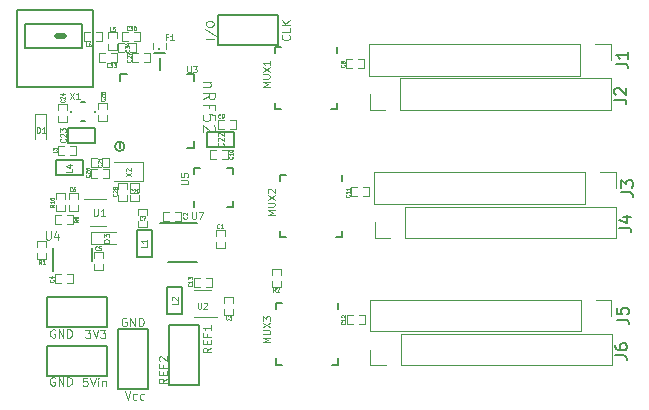
<source format=gto>
G04 #@! TF.FileFunction,Legend,Top*
%FSLAX46Y46*%
G04 Gerber Fmt 4.6, Leading zero omitted, Abs format (unit mm)*
G04 Created by KiCad (PCBNEW 4.0.6) date 06/11/18 13:09:49*
%MOMM*%
%LPD*%
G01*
G04 APERTURE LIST*
%ADD10C,0.150000*%
%ADD11C,0.120000*%
%ADD12C,0.200000*%
%ADD13C,0.100000*%
%ADD14C,0.125000*%
%ADD15C,0.500000*%
%ADD16C,0.071120*%
%ADD17C,0.152400*%
%ADD18C,0.127000*%
%ADD19C,0.114300*%
%ADD20C,0.092000*%
%ADD21C,0.095000*%
%ADD22C,0.090000*%
G04 APERTURE END LIST*
D10*
D11*
X271713333Y-152546667D02*
X272146666Y-152546667D01*
X271913333Y-152813333D01*
X272013333Y-152813333D01*
X272080000Y-152846667D01*
X272113333Y-152880000D01*
X272146666Y-152946667D01*
X272146666Y-153113333D01*
X272113333Y-153180000D01*
X272080000Y-153213333D01*
X272013333Y-153246667D01*
X271813333Y-153246667D01*
X271746666Y-153213333D01*
X271713333Y-153180000D01*
X272346667Y-152546667D02*
X272580000Y-153246667D01*
X272813333Y-152546667D01*
X272980000Y-152546667D02*
X273413333Y-152546667D01*
X273180000Y-152813333D01*
X273280000Y-152813333D01*
X273346667Y-152846667D01*
X273380000Y-152880000D01*
X273413333Y-152946667D01*
X273413333Y-153113333D01*
X273380000Y-153180000D01*
X273346667Y-153213333D01*
X273280000Y-153246667D01*
X273080000Y-153246667D01*
X273013333Y-153213333D01*
X272980000Y-153180000D01*
X269126667Y-152540000D02*
X269060001Y-152506667D01*
X268960001Y-152506667D01*
X268860001Y-152540000D01*
X268793334Y-152606667D01*
X268760001Y-152673333D01*
X268726667Y-152806667D01*
X268726667Y-152906667D01*
X268760001Y-153040000D01*
X268793334Y-153106667D01*
X268860001Y-153173333D01*
X268960001Y-153206667D01*
X269026667Y-153206667D01*
X269126667Y-153173333D01*
X269160001Y-153140000D01*
X269160001Y-152906667D01*
X269026667Y-152906667D01*
X269460001Y-153206667D02*
X269460001Y-152506667D01*
X269860001Y-153206667D01*
X269860001Y-152506667D01*
X270193334Y-153206667D02*
X270193334Y-152506667D01*
X270360000Y-152506667D01*
X270460000Y-152540000D01*
X270526667Y-152606667D01*
X270560000Y-152673333D01*
X270593334Y-152806667D01*
X270593334Y-152906667D01*
X270560000Y-153040000D01*
X270526667Y-153106667D01*
X270460000Y-153173333D01*
X270360000Y-153206667D01*
X270193334Y-153206667D01*
X282366667Y-154063333D02*
X282033333Y-154296667D01*
X282366667Y-154463333D02*
X281666667Y-154463333D01*
X281666667Y-154196667D01*
X281700000Y-154130000D01*
X281733333Y-154096667D01*
X281800000Y-154063333D01*
X281900000Y-154063333D01*
X281966667Y-154096667D01*
X282000000Y-154130000D01*
X282033333Y-154196667D01*
X282033333Y-154463333D01*
X282000000Y-153763333D02*
X282000000Y-153530000D01*
X282366667Y-153430000D02*
X282366667Y-153763333D01*
X281666667Y-153763333D01*
X281666667Y-153430000D01*
X282000000Y-152896667D02*
X282000000Y-153130000D01*
X282366667Y-153130000D02*
X281666667Y-153130000D01*
X281666667Y-152796667D01*
X282366667Y-152163334D02*
X282366667Y-152563334D01*
X282366667Y-152363334D02*
X281666667Y-152363334D01*
X281766667Y-152430000D01*
X281833333Y-152496667D01*
X281866667Y-152563334D01*
X278636667Y-156673333D02*
X278303333Y-156906667D01*
X278636667Y-157073333D02*
X277936667Y-157073333D01*
X277936667Y-156806667D01*
X277970000Y-156740000D01*
X278003333Y-156706667D01*
X278070000Y-156673333D01*
X278170000Y-156673333D01*
X278236667Y-156706667D01*
X278270000Y-156740000D01*
X278303333Y-156806667D01*
X278303333Y-157073333D01*
X278270000Y-156373333D02*
X278270000Y-156140000D01*
X278636667Y-156040000D02*
X278636667Y-156373333D01*
X277936667Y-156373333D01*
X277936667Y-156040000D01*
X278270000Y-155506667D02*
X278270000Y-155740000D01*
X278636667Y-155740000D02*
X277936667Y-155740000D01*
X277936667Y-155406667D01*
X278003333Y-155173334D02*
X277970000Y-155140000D01*
X277936667Y-155073334D01*
X277936667Y-154906667D01*
X277970000Y-154840000D01*
X278003333Y-154806667D01*
X278070000Y-154773334D01*
X278136667Y-154773334D01*
X278236667Y-154806667D01*
X278636667Y-155206667D01*
X278636667Y-154773334D01*
X271893334Y-156606667D02*
X271560001Y-156606667D01*
X271526667Y-156940000D01*
X271560001Y-156906667D01*
X271626667Y-156873333D01*
X271793334Y-156873333D01*
X271860001Y-156906667D01*
X271893334Y-156940000D01*
X271926667Y-157006667D01*
X271926667Y-157173333D01*
X271893334Y-157240000D01*
X271860001Y-157273333D01*
X271793334Y-157306667D01*
X271626667Y-157306667D01*
X271560001Y-157273333D01*
X271526667Y-157240000D01*
X272126668Y-156606667D02*
X272360001Y-157306667D01*
X272593334Y-156606667D01*
X272826668Y-157306667D02*
X272826668Y-156840000D01*
X272826668Y-156606667D02*
X272793334Y-156640000D01*
X272826668Y-156673333D01*
X272860001Y-156640000D01*
X272826668Y-156606667D01*
X272826668Y-156673333D01*
X273160001Y-156840000D02*
X273160001Y-157306667D01*
X273160001Y-156906667D02*
X273193334Y-156873333D01*
X273260001Y-156840000D01*
X273360001Y-156840000D01*
X273426667Y-156873333D01*
X273460001Y-156940000D01*
X273460001Y-157306667D01*
X269116667Y-156600000D02*
X269050001Y-156566667D01*
X268950001Y-156566667D01*
X268850001Y-156600000D01*
X268783334Y-156666667D01*
X268750001Y-156733333D01*
X268716667Y-156866667D01*
X268716667Y-156966667D01*
X268750001Y-157100000D01*
X268783334Y-157166667D01*
X268850001Y-157233333D01*
X268950001Y-157266667D01*
X269016667Y-157266667D01*
X269116667Y-157233333D01*
X269150001Y-157200000D01*
X269150001Y-156966667D01*
X269016667Y-156966667D01*
X269450001Y-157266667D02*
X269450001Y-156566667D01*
X269850001Y-157266667D01*
X269850001Y-156566667D01*
X270183334Y-157266667D02*
X270183334Y-156566667D01*
X270350000Y-156566667D01*
X270450000Y-156600000D01*
X270516667Y-156666667D01*
X270550000Y-156733333D01*
X270583334Y-156866667D01*
X270583334Y-156966667D01*
X270550000Y-157100000D01*
X270516667Y-157166667D01*
X270450000Y-157233333D01*
X270350000Y-157266667D01*
X270183334Y-157266667D01*
X275056667Y-157746667D02*
X275290000Y-158446667D01*
X275523333Y-157746667D01*
X276056667Y-158413333D02*
X275990000Y-158446667D01*
X275856667Y-158446667D01*
X275790000Y-158413333D01*
X275756667Y-158380000D01*
X275723333Y-158313333D01*
X275723333Y-158113333D01*
X275756667Y-158046667D01*
X275790000Y-158013333D01*
X275856667Y-157980000D01*
X275990000Y-157980000D01*
X276056667Y-158013333D01*
X276656667Y-158413333D02*
X276590000Y-158446667D01*
X276456667Y-158446667D01*
X276390000Y-158413333D01*
X276356667Y-158380000D01*
X276323333Y-158313333D01*
X276323333Y-158113333D01*
X276356667Y-158046667D01*
X276390000Y-158013333D01*
X276456667Y-157980000D01*
X276590000Y-157980000D01*
X276656667Y-158013333D01*
X275186667Y-151550000D02*
X275120001Y-151516667D01*
X275020001Y-151516667D01*
X274920001Y-151550000D01*
X274853334Y-151616667D01*
X274820001Y-151683333D01*
X274786667Y-151816667D01*
X274786667Y-151916667D01*
X274820001Y-152050000D01*
X274853334Y-152116667D01*
X274920001Y-152183333D01*
X275020001Y-152216667D01*
X275086667Y-152216667D01*
X275186667Y-152183333D01*
X275220001Y-152150000D01*
X275220001Y-151916667D01*
X275086667Y-151916667D01*
X275520001Y-152216667D02*
X275520001Y-151516667D01*
X275920001Y-152216667D01*
X275920001Y-151516667D01*
X276253334Y-152216667D02*
X276253334Y-151516667D01*
X276420000Y-151516667D01*
X276520000Y-151550000D01*
X276586667Y-151616667D01*
X276620000Y-151683333D01*
X276653334Y-151816667D01*
X276653334Y-151916667D01*
X276620000Y-152050000D01*
X276586667Y-152116667D01*
X276520000Y-152183333D01*
X276420000Y-152216667D01*
X276253334Y-152216667D01*
D12*
X277550000Y-129140000D02*
X278460000Y-129140000D01*
X277980000Y-128770000D02*
X277980000Y-128700000D01*
X278000000Y-130530000D02*
X278000000Y-129530000D01*
D13*
X282596667Y-127913332D02*
X281896667Y-127913332D01*
X281863333Y-127079999D02*
X282763333Y-127679999D01*
X281896667Y-126713333D02*
X281896667Y-126580000D01*
X281930000Y-126513333D01*
X281996667Y-126446666D01*
X282130000Y-126413333D01*
X282363333Y-126413333D01*
X282496667Y-126446666D01*
X282563333Y-126513333D01*
X282596667Y-126580000D01*
X282596667Y-126713333D01*
X282563333Y-126780000D01*
X282496667Y-126846666D01*
X282363333Y-126880000D01*
X282130000Y-126880000D01*
X281996667Y-126846666D01*
X281930000Y-126780000D01*
X281896667Y-126713333D01*
D12*
X265900000Y-132000000D02*
X265900000Y-125500000D01*
X272400000Y-132000000D02*
X265900000Y-132000000D01*
X272400000Y-125500000D02*
X272400000Y-132000000D01*
X265900000Y-125500000D02*
X272400000Y-125500000D01*
D14*
X282334286Y-131564762D02*
X281667619Y-131564762D01*
X282239048Y-131564762D02*
X282286667Y-131612381D01*
X282334286Y-131707619D01*
X282334286Y-131850477D01*
X282286667Y-131945715D01*
X282191429Y-131993334D01*
X281667619Y-131993334D01*
X281667619Y-133040953D02*
X282143810Y-132707619D01*
X281667619Y-132469524D02*
X282667619Y-132469524D01*
X282667619Y-132850477D01*
X282620000Y-132945715D01*
X282572381Y-132993334D01*
X282477143Y-133040953D01*
X282334286Y-133040953D01*
X282239048Y-132993334D01*
X282191429Y-132945715D01*
X282143810Y-132850477D01*
X282143810Y-132469524D01*
X282191429Y-133802858D02*
X282191429Y-133469524D01*
X281667619Y-133469524D02*
X282667619Y-133469524D01*
X282667619Y-133945715D01*
X282667619Y-134802858D02*
X282667619Y-134326667D01*
X282191429Y-134279048D01*
X282239048Y-134326667D01*
X282286667Y-134421905D01*
X282286667Y-134660001D01*
X282239048Y-134755239D01*
X282191429Y-134802858D01*
X282096190Y-134850477D01*
X281858095Y-134850477D01*
X281762857Y-134802858D01*
X281715238Y-134755239D01*
X281667619Y-134660001D01*
X281667619Y-134421905D01*
X281715238Y-134326667D01*
X281762857Y-134279048D01*
X282572381Y-135231429D02*
X282620000Y-135279048D01*
X282667619Y-135374286D01*
X282667619Y-135612382D01*
X282620000Y-135707620D01*
X282572381Y-135755239D01*
X282477143Y-135802858D01*
X282381905Y-135802858D01*
X282239048Y-135755239D01*
X281667619Y-135183810D01*
X281667619Y-135802858D01*
D12*
X275033113Y-137010000D02*
G75*
G03X275033113Y-137010000I-403113J0D01*
G01*
D13*
X288970000Y-127596666D02*
X289003333Y-127630000D01*
X289036667Y-127730000D01*
X289036667Y-127796666D01*
X289003333Y-127896666D01*
X288936667Y-127963333D01*
X288870000Y-127996666D01*
X288736667Y-128030000D01*
X288636667Y-128030000D01*
X288503333Y-127996666D01*
X288436667Y-127963333D01*
X288370000Y-127896666D01*
X288336667Y-127796666D01*
X288336667Y-127730000D01*
X288370000Y-127630000D01*
X288403333Y-127596666D01*
X289036667Y-126963333D02*
X289036667Y-127296666D01*
X288336667Y-127296666D01*
X289036667Y-126729999D02*
X288336667Y-126729999D01*
X289036667Y-126329999D02*
X288636667Y-126629999D01*
X288336667Y-126329999D02*
X288736667Y-126729999D01*
D15*
X269900000Y-127673000D02*
X269320000Y-127673000D01*
D16*
X287489000Y-148404000D02*
X287489000Y-148912000D01*
X287489000Y-148912000D02*
X288251000Y-148912000D01*
X288251000Y-148912000D02*
X288251000Y-148404000D01*
X287489000Y-147896000D02*
X287489000Y-147388000D01*
X287489000Y-147388000D02*
X288251000Y-147388000D01*
X288251000Y-147388000D02*
X288251000Y-147896000D01*
D17*
X273580000Y-149800000D02*
X273580000Y-152340000D01*
X273580000Y-152340000D02*
X268500000Y-152340000D01*
X268500000Y-152340000D02*
X268500000Y-149800000D01*
X268500000Y-149800000D02*
X273580000Y-149800000D01*
X281340000Y-157190000D02*
X278800000Y-157190000D01*
X278800000Y-157190000D02*
X278800000Y-152110000D01*
X278800000Y-152110000D02*
X281340000Y-152110000D01*
X281340000Y-152110000D02*
X281340000Y-157190000D01*
D11*
X296190000Y-139220000D02*
X296190000Y-141880000D01*
X314030000Y-139220000D02*
X296190000Y-139220000D01*
X314030000Y-141880000D02*
X296190000Y-141880000D01*
X314030000Y-139220000D02*
X314030000Y-141880000D01*
X315300000Y-139220000D02*
X316630000Y-139220000D01*
X316630000Y-139220000D02*
X316630000Y-140550000D01*
D16*
X294736000Y-140489000D02*
X294228000Y-140489000D01*
X294228000Y-140489000D02*
X294228000Y-141251000D01*
X294228000Y-141251000D02*
X294736000Y-141251000D01*
X295244000Y-140489000D02*
X295752000Y-140489000D01*
X295752000Y-140489000D02*
X295752000Y-141251000D01*
X295752000Y-141251000D02*
X295244000Y-141251000D01*
D11*
X316650000Y-144770000D02*
X316650000Y-142110000D01*
X298810000Y-144770000D02*
X316650000Y-144770000D01*
X298810000Y-142110000D02*
X316650000Y-142110000D01*
X298810000Y-144770000D02*
X298810000Y-142110000D01*
X297540000Y-144770000D02*
X296210000Y-144770000D01*
X296210000Y-144770000D02*
X296210000Y-143440000D01*
D10*
X293455000Y-144705000D02*
X292930000Y-144705000D01*
X288205000Y-139455000D02*
X288730000Y-139455000D01*
X288205000Y-144705000D02*
X288730000Y-144705000D01*
X293455000Y-139455000D02*
X293455000Y-139980000D01*
X288205000Y-139455000D02*
X288205000Y-139980000D01*
X288205000Y-144705000D02*
X288205000Y-144180000D01*
X293455000Y-144705000D02*
X293455000Y-144180000D01*
X293085000Y-155495000D02*
X292560000Y-155495000D01*
X287835000Y-150245000D02*
X288360000Y-150245000D01*
X287835000Y-155495000D02*
X288360000Y-155495000D01*
X293085000Y-150245000D02*
X293085000Y-150770000D01*
X287835000Y-150245000D02*
X287835000Y-150770000D01*
X287835000Y-155495000D02*
X287835000Y-154970000D01*
X293085000Y-155495000D02*
X293085000Y-154970000D01*
D11*
X316280000Y-155560000D02*
X316280000Y-152900000D01*
X298440000Y-155560000D02*
X316280000Y-155560000D01*
X298440000Y-152900000D02*
X316280000Y-152900000D01*
X298440000Y-155560000D02*
X298440000Y-152900000D01*
X297170000Y-155560000D02*
X295840000Y-155560000D01*
X295840000Y-155560000D02*
X295840000Y-154230000D01*
D16*
X294366000Y-151279000D02*
X293858000Y-151279000D01*
X293858000Y-151279000D02*
X293858000Y-152041000D01*
X293858000Y-152041000D02*
X294366000Y-152041000D01*
X294874000Y-151279000D02*
X295382000Y-151279000D01*
X295382000Y-151279000D02*
X295382000Y-152041000D01*
X295382000Y-152041000D02*
X294874000Y-152041000D01*
D11*
X295820000Y-150010000D02*
X295820000Y-152670000D01*
X313660000Y-150010000D02*
X295820000Y-150010000D01*
X313660000Y-152670000D02*
X295820000Y-152670000D01*
X313660000Y-150010000D02*
X313660000Y-152670000D01*
X314930000Y-150010000D02*
X316260000Y-150010000D01*
X316260000Y-150010000D02*
X316260000Y-151340000D01*
X280940000Y-151470000D02*
X282840000Y-151470000D01*
X282340000Y-149150000D02*
X280940000Y-149150000D01*
D16*
X283254000Y-138101000D02*
X283762000Y-138101000D01*
X283762000Y-138101000D02*
X283762000Y-137339000D01*
X283762000Y-137339000D02*
X283254000Y-137339000D01*
X282746000Y-138101000D02*
X282238000Y-138101000D01*
X282238000Y-138101000D02*
X282238000Y-137339000D01*
X282238000Y-137339000D02*
X282746000Y-137339000D01*
X283436000Y-134789000D02*
X282928000Y-134789000D01*
X282928000Y-134789000D02*
X282928000Y-135551000D01*
X282928000Y-135551000D02*
X283436000Y-135551000D01*
X283944000Y-134789000D02*
X284452000Y-134789000D01*
X284452000Y-134789000D02*
X284452000Y-135551000D01*
X284452000Y-135551000D02*
X283944000Y-135551000D01*
D11*
X295770000Y-128360000D02*
X295770000Y-131020000D01*
X313610000Y-128360000D02*
X295770000Y-128360000D01*
X313610000Y-131020000D02*
X295770000Y-131020000D01*
X313610000Y-128360000D02*
X313610000Y-131020000D01*
X314880000Y-128360000D02*
X316210000Y-128360000D01*
X316210000Y-128360000D02*
X316210000Y-129690000D01*
D16*
X294316000Y-129629000D02*
X293808000Y-129629000D01*
X293808000Y-129629000D02*
X293808000Y-130391000D01*
X293808000Y-130391000D02*
X294316000Y-130391000D01*
X294824000Y-129629000D02*
X295332000Y-129629000D01*
X295332000Y-129629000D02*
X295332000Y-130391000D01*
X295332000Y-130391000D02*
X294824000Y-130391000D01*
D17*
X277020000Y-157530000D02*
X274480000Y-157530000D01*
X274480000Y-157530000D02*
X274480000Y-152450000D01*
X274480000Y-152450000D02*
X277020000Y-152450000D01*
X277020000Y-152450000D02*
X277020000Y-157530000D01*
D16*
X267619000Y-146014000D02*
X267619000Y-146522000D01*
X267619000Y-146522000D02*
X268381000Y-146522000D01*
X268381000Y-146522000D02*
X268381000Y-146014000D01*
X267619000Y-145506000D02*
X267619000Y-144998000D01*
X267619000Y-144998000D02*
X268381000Y-144998000D01*
X268381000Y-144998000D02*
X268381000Y-145506000D01*
D11*
X272185000Y-144300000D02*
X272185000Y-145300000D01*
X272185000Y-145300000D02*
X274285000Y-145300000D01*
X272185000Y-144300000D02*
X274285000Y-144300000D01*
D17*
X288040000Y-125905000D02*
X288040000Y-128445000D01*
X288040000Y-128445000D02*
X282960000Y-128445000D01*
X282960000Y-128445000D02*
X282960000Y-125905000D01*
X282960000Y-125905000D02*
X288040000Y-125905000D01*
D16*
X273221000Y-146451000D02*
X273221000Y-145943000D01*
X273221000Y-145943000D02*
X272459000Y-145943000D01*
X272459000Y-145943000D02*
X272459000Y-146451000D01*
X273221000Y-146959000D02*
X273221000Y-147467000D01*
X273221000Y-147467000D02*
X272459000Y-147467000D01*
X272459000Y-147467000D02*
X272459000Y-146959000D01*
X269686000Y-147824000D02*
X269178000Y-147824000D01*
X269178000Y-147824000D02*
X269178000Y-148586000D01*
X269178000Y-148586000D02*
X269686000Y-148586000D01*
X270194000Y-147824000D02*
X270702000Y-147824000D01*
X270702000Y-147824000D02*
X270702000Y-148586000D01*
X270702000Y-148586000D02*
X270194000Y-148586000D01*
D11*
X274175000Y-139925000D02*
X276575000Y-139925000D01*
X276575000Y-139925000D02*
X276575000Y-138325000D01*
X276575000Y-138325000D02*
X274175000Y-138325000D01*
D16*
X269194000Y-141974000D02*
X269194000Y-142482000D01*
X269194000Y-142482000D02*
X269956000Y-142482000D01*
X269956000Y-142482000D02*
X269956000Y-141974000D01*
X269194000Y-141466000D02*
X269194000Y-140958000D01*
X269194000Y-140958000D02*
X269956000Y-140958000D01*
X269956000Y-140958000D02*
X269956000Y-141466000D01*
X270179000Y-143551000D02*
X270687000Y-143551000D01*
X270687000Y-143551000D02*
X270687000Y-142789000D01*
X270687000Y-142789000D02*
X270179000Y-142789000D01*
X269671000Y-143551000D02*
X269163000Y-143551000D01*
X269163000Y-143551000D02*
X269163000Y-142789000D01*
X269163000Y-142789000D02*
X269671000Y-142789000D01*
X276149000Y-143344000D02*
X276149000Y-143852000D01*
X276149000Y-143852000D02*
X276911000Y-143852000D01*
X276911000Y-143852000D02*
X276911000Y-143344000D01*
X276149000Y-142836000D02*
X276149000Y-142328000D01*
X276149000Y-142328000D02*
X276911000Y-142328000D01*
X276911000Y-142328000D02*
X276911000Y-142836000D01*
X271056000Y-141466000D02*
X271056000Y-140958000D01*
X271056000Y-140958000D02*
X270294000Y-140958000D01*
X270294000Y-140958000D02*
X270294000Y-141466000D01*
X271056000Y-141974000D02*
X271056000Y-142482000D01*
X271056000Y-142482000D02*
X270294000Y-142482000D01*
X270294000Y-142482000D02*
X270294000Y-141974000D01*
D18*
X276055000Y-146373000D02*
X276055000Y-144087000D01*
X276055000Y-144087000D02*
X277325000Y-144087000D01*
X277325000Y-144087000D02*
X277325000Y-146373000D01*
X277325000Y-146373000D02*
X276055000Y-146373000D01*
D16*
X283521000Y-144576000D02*
X283521000Y-144068000D01*
X283521000Y-144068000D02*
X282759000Y-144068000D01*
X282759000Y-144068000D02*
X282759000Y-144576000D01*
X283521000Y-145084000D02*
X283521000Y-145592000D01*
X283521000Y-145592000D02*
X282759000Y-145592000D01*
X282759000Y-145592000D02*
X282759000Y-145084000D01*
X272721000Y-137994000D02*
X272213000Y-137994000D01*
X272213000Y-137994000D02*
X272213000Y-138756000D01*
X272213000Y-138756000D02*
X272721000Y-138756000D01*
X273229000Y-137994000D02*
X273737000Y-137994000D01*
X273737000Y-137994000D02*
X273737000Y-138756000D01*
X273737000Y-138756000D02*
X273229000Y-138756000D01*
D11*
X277470000Y-128250000D02*
X277470000Y-128750000D01*
X278530000Y-128750000D02*
X278530000Y-128250000D01*
D16*
X275534000Y-129001000D02*
X276042000Y-129001000D01*
X276042000Y-129001000D02*
X276042000Y-128239000D01*
X276042000Y-128239000D02*
X275534000Y-128239000D01*
X275026000Y-129001000D02*
X274518000Y-129001000D01*
X274518000Y-129001000D02*
X274518000Y-128239000D01*
X274518000Y-128239000D02*
X275026000Y-128239000D01*
X273346000Y-129069000D02*
X272838000Y-129069000D01*
X272838000Y-129069000D02*
X272838000Y-129831000D01*
X272838000Y-129831000D02*
X273346000Y-129831000D01*
X273854000Y-129069000D02*
X274362000Y-129069000D01*
X274362000Y-129069000D02*
X274362000Y-129831000D01*
X274362000Y-129831000D02*
X273854000Y-129831000D01*
D18*
X279925000Y-148957000D02*
X279925000Y-151243000D01*
X279925000Y-151243000D02*
X278655000Y-151243000D01*
X278655000Y-151243000D02*
X278655000Y-148957000D01*
X278655000Y-148957000D02*
X279925000Y-148957000D01*
D16*
X281406000Y-148129000D02*
X280898000Y-148129000D01*
X280898000Y-148129000D02*
X280898000Y-148891000D01*
X280898000Y-148891000D02*
X281406000Y-148891000D01*
X281914000Y-148129000D02*
X282422000Y-148129000D01*
X282422000Y-148129000D02*
X282422000Y-148891000D01*
X282422000Y-148891000D02*
X281914000Y-148891000D01*
X283449000Y-150774000D02*
X283449000Y-151282000D01*
X283449000Y-151282000D02*
X284211000Y-151282000D01*
X284211000Y-151282000D02*
X284211000Y-150774000D01*
X283449000Y-150266000D02*
X283449000Y-149758000D01*
X283449000Y-149758000D02*
X284211000Y-149758000D01*
X284211000Y-149758000D02*
X284211000Y-150266000D01*
X278806000Y-142549000D02*
X278298000Y-142549000D01*
X278298000Y-142549000D02*
X278298000Y-143311000D01*
X278298000Y-143311000D02*
X278806000Y-143311000D01*
X279314000Y-142549000D02*
X279822000Y-142549000D01*
X279822000Y-142549000D02*
X279822000Y-143311000D01*
X279822000Y-143311000D02*
X279314000Y-143311000D01*
D11*
X268425000Y-134300000D02*
X267425000Y-134300000D01*
X267425000Y-134300000D02*
X267425000Y-136400000D01*
X268425000Y-134300000D02*
X268425000Y-136400000D01*
D17*
X273580000Y-153890000D02*
X273580000Y-156430000D01*
X273580000Y-156430000D02*
X268500000Y-156430000D01*
X268500000Y-156430000D02*
X268500000Y-153890000D01*
X268500000Y-153890000D02*
X273580000Y-153890000D01*
D18*
X271498000Y-139415000D02*
X269212000Y-139415000D01*
X269212000Y-139415000D02*
X269212000Y-138145000D01*
X269212000Y-138145000D02*
X271498000Y-138145000D01*
X271498000Y-138145000D02*
X271498000Y-139415000D01*
D10*
X272500000Y-134050000D02*
X272500000Y-134100000D01*
X272500000Y-134050000D02*
X272500000Y-134000000D01*
X270500000Y-134050000D02*
X270500000Y-134100000D01*
X270500000Y-134050000D02*
X270500000Y-134000000D01*
X271500000Y-134850000D02*
X271650000Y-134850000D01*
X271500000Y-134850000D02*
X271350000Y-134850000D01*
X271500000Y-133250000D02*
X271650000Y-133250000D01*
X271500000Y-133250000D02*
X271350000Y-133250000D01*
D16*
X275271000Y-140586000D02*
X275271000Y-140078000D01*
X275271000Y-140078000D02*
X274509000Y-140078000D01*
X274509000Y-140078000D02*
X274509000Y-140586000D01*
X275271000Y-141094000D02*
X275271000Y-141602000D01*
X275271000Y-141602000D02*
X274509000Y-141602000D01*
X274509000Y-141602000D02*
X274509000Y-141094000D01*
X273229000Y-139656000D02*
X273737000Y-139656000D01*
X273737000Y-139656000D02*
X273737000Y-138894000D01*
X273737000Y-138894000D02*
X273229000Y-138894000D01*
X272721000Y-139656000D02*
X272213000Y-139656000D01*
X272213000Y-139656000D02*
X272213000Y-138894000D01*
X272213000Y-138894000D02*
X272721000Y-138894000D01*
X270181000Y-133946000D02*
X270181000Y-133438000D01*
X270181000Y-133438000D02*
X269419000Y-133438000D01*
X269419000Y-133438000D02*
X269419000Y-133946000D01*
X270181000Y-134454000D02*
X270181000Y-134962000D01*
X270181000Y-134962000D02*
X269419000Y-134962000D01*
X269419000Y-134962000D02*
X269419000Y-134454000D01*
X272819000Y-134354000D02*
X272819000Y-134862000D01*
X272819000Y-134862000D02*
X273581000Y-134862000D01*
X273581000Y-134862000D02*
X273581000Y-134354000D01*
X272819000Y-133846000D02*
X272819000Y-133338000D01*
X272819000Y-133338000D02*
X273581000Y-133338000D01*
X273581000Y-133338000D02*
X273581000Y-133846000D01*
X276704000Y-129831000D02*
X277212000Y-129831000D01*
X277212000Y-129831000D02*
X277212000Y-129069000D01*
X277212000Y-129069000D02*
X276704000Y-129069000D01*
X276196000Y-129831000D02*
X275688000Y-129831000D01*
X275688000Y-129831000D02*
X275688000Y-129069000D01*
X275688000Y-129069000D02*
X276196000Y-129069000D01*
X276291000Y-140586000D02*
X276291000Y-140078000D01*
X276291000Y-140078000D02*
X275529000Y-140078000D01*
X275529000Y-140078000D02*
X275529000Y-140586000D01*
X276291000Y-141094000D02*
X276291000Y-141602000D01*
X276291000Y-141602000D02*
X275529000Y-141602000D01*
X275529000Y-141602000D02*
X275529000Y-141094000D01*
D10*
X266645000Y-126673000D02*
X271445000Y-126673000D01*
X271445000Y-126673000D02*
X271445000Y-128673000D01*
X271345000Y-128673000D02*
X266645000Y-128673000D01*
X266645000Y-128673000D02*
X266645000Y-126673000D01*
X271445000Y-128673000D02*
X271345000Y-128673000D01*
D16*
X272654000Y-128081000D02*
X273162000Y-128081000D01*
X273162000Y-128081000D02*
X273162000Y-127319000D01*
X273162000Y-127319000D02*
X272654000Y-127319000D01*
X272146000Y-128081000D02*
X271638000Y-128081000D01*
X271638000Y-128081000D02*
X271638000Y-127319000D01*
X271638000Y-127319000D02*
X272146000Y-127319000D01*
X274381000Y-127846000D02*
X274381000Y-127338000D01*
X274381000Y-127338000D02*
X273619000Y-127338000D01*
X273619000Y-127338000D02*
X273619000Y-127846000D01*
X274381000Y-128354000D02*
X274381000Y-128862000D01*
X274381000Y-128862000D02*
X273619000Y-128862000D01*
X273619000Y-128862000D02*
X273619000Y-128354000D01*
X275854000Y-128081000D02*
X276362000Y-128081000D01*
X276362000Y-128081000D02*
X276362000Y-127319000D01*
X276362000Y-127319000D02*
X275854000Y-127319000D01*
X275346000Y-128081000D02*
X274838000Y-128081000D01*
X274838000Y-128081000D02*
X274838000Y-127319000D01*
X274838000Y-127319000D02*
X275346000Y-127319000D01*
X269926000Y-136999000D02*
X269418000Y-136999000D01*
X269418000Y-136999000D02*
X269418000Y-137761000D01*
X269418000Y-137761000D02*
X269926000Y-137761000D01*
X270434000Y-136999000D02*
X270942000Y-136999000D01*
X270942000Y-136999000D02*
X270942000Y-137761000D01*
X270942000Y-137761000D02*
X270434000Y-137761000D01*
D18*
X272523000Y-136690000D02*
X270237000Y-136690000D01*
X270237000Y-136690000D02*
X270237000Y-135420000D01*
X270237000Y-135420000D02*
X272523000Y-135420000D01*
X272523000Y-135420000D02*
X272523000Y-136690000D01*
X282047000Y-135795000D02*
X284333000Y-135795000D01*
X284333000Y-135795000D02*
X284333000Y-137065000D01*
X284333000Y-137065000D02*
X282047000Y-137065000D01*
X282047000Y-137065000D02*
X282047000Y-135795000D01*
D10*
X274675000Y-130875000D02*
X275275000Y-130875000D01*
X280925000Y-137125000D02*
X280325000Y-137125000D01*
X280925000Y-130875000D02*
X280325000Y-130875000D01*
X274675000Y-137125000D02*
X274675000Y-136525000D01*
X280925000Y-137125000D02*
X280925000Y-136525000D01*
X280925000Y-130875000D02*
X280925000Y-131475000D01*
X274675000Y-130875000D02*
X274675000Y-131475000D01*
X278735000Y-146770000D02*
X281185000Y-146770000D01*
X278010000Y-143470000D02*
X281185000Y-143470000D01*
D11*
X273500000Y-141460000D02*
X271600000Y-141460000D01*
X272100000Y-143780000D02*
X273500000Y-143780000D01*
D10*
X272240000Y-146755000D02*
X272240000Y-145605000D01*
X268990000Y-147530000D02*
X268990000Y-145605000D01*
D11*
X316230000Y-133910000D02*
X316230000Y-131250000D01*
X298390000Y-133910000D02*
X316230000Y-133910000D01*
X298390000Y-131250000D02*
X316230000Y-131250000D01*
X298390000Y-133910000D02*
X298390000Y-131250000D01*
X297120000Y-133910000D02*
X295790000Y-133910000D01*
X295790000Y-133910000D02*
X295790000Y-132580000D01*
D10*
X293035000Y-133845000D02*
X292510000Y-133845000D01*
X287785000Y-128595000D02*
X288310000Y-128595000D01*
X287785000Y-133845000D02*
X288310000Y-133845000D01*
X293035000Y-128595000D02*
X293035000Y-129120000D01*
X287785000Y-128595000D02*
X287785000Y-129120000D01*
X287785000Y-133845000D02*
X287785000Y-133320000D01*
X293035000Y-133845000D02*
X293035000Y-133320000D01*
X280935000Y-138865000D02*
X281435000Y-138865000D01*
X284185000Y-142115000D02*
X283685000Y-142115000D01*
X284185000Y-138865000D02*
X283685000Y-138865000D01*
X280935000Y-142115000D02*
X280935000Y-141615000D01*
X284185000Y-142115000D02*
X284185000Y-141615000D01*
X284185000Y-138865000D02*
X284185000Y-139365000D01*
X280935000Y-138865000D02*
X280935000Y-139365000D01*
D16*
X287819200Y-149308569D02*
X287717600Y-149141654D01*
X287645028Y-149308569D02*
X287645028Y-148958049D01*
X287761143Y-148958049D01*
X287790171Y-148974740D01*
X287804686Y-148991431D01*
X287819200Y-149024814D01*
X287819200Y-149074889D01*
X287804686Y-149108271D01*
X287790171Y-149124963D01*
X287761143Y-149141654D01*
X287645028Y-149141654D01*
X287935314Y-148991431D02*
X287949828Y-148974740D01*
X287978857Y-148958049D01*
X288051428Y-148958049D01*
X288080457Y-148974740D01*
X288094971Y-148991431D01*
X288109486Y-149024814D01*
X288109486Y-149058197D01*
X288094971Y-149108271D01*
X287920800Y-149308569D01*
X288109486Y-149308569D01*
D10*
X317082381Y-140883333D02*
X317796667Y-140883333D01*
X317939524Y-140930953D01*
X318034762Y-141026191D01*
X318082381Y-141169048D01*
X318082381Y-141264286D01*
X317082381Y-140502381D02*
X317082381Y-139883333D01*
X317463333Y-140216667D01*
X317463333Y-140073809D01*
X317510952Y-139978571D01*
X317558571Y-139930952D01*
X317653810Y-139883333D01*
X317891905Y-139883333D01*
X317987143Y-139930952D01*
X318034762Y-139978571D01*
X318082381Y-140073809D01*
X318082381Y-140359524D01*
X318034762Y-140454762D01*
X317987143Y-140502381D01*
D16*
X294065186Y-141105943D02*
X294081877Y-141120457D01*
X294098569Y-141164000D01*
X294098569Y-141193029D01*
X294081877Y-141236572D01*
X294048494Y-141265600D01*
X294015111Y-141280115D01*
X293948346Y-141294629D01*
X293898271Y-141294629D01*
X293831506Y-141280115D01*
X293798123Y-141265600D01*
X293764740Y-141236572D01*
X293748049Y-141193029D01*
X293748049Y-141164000D01*
X293764740Y-141120457D01*
X293781431Y-141105943D01*
X294098569Y-140815657D02*
X294098569Y-140989829D01*
X294098569Y-140902743D02*
X293748049Y-140902743D01*
X293798123Y-140931772D01*
X293831506Y-140960800D01*
X293848197Y-140989829D01*
X294098569Y-140525371D02*
X294098569Y-140699543D01*
X294098569Y-140612457D02*
X293748049Y-140612457D01*
X293798123Y-140641486D01*
X293831506Y-140670514D01*
X293848197Y-140699543D01*
D10*
X316932381Y-143913333D02*
X317646667Y-143913333D01*
X317789524Y-143960953D01*
X317884762Y-144056191D01*
X317932381Y-144199048D01*
X317932381Y-144294286D01*
X317265714Y-143008571D02*
X317932381Y-143008571D01*
X316884762Y-143246667D02*
X317599048Y-143484762D01*
X317599048Y-142865714D01*
D13*
X287751429Y-142815714D02*
X287151429Y-142815714D01*
X287580000Y-142615714D01*
X287151429Y-142415714D01*
X287751429Y-142415714D01*
X287151429Y-142130000D02*
X287637143Y-142130000D01*
X287694286Y-142101428D01*
X287722857Y-142072857D01*
X287751429Y-142015714D01*
X287751429Y-141901428D01*
X287722857Y-141844286D01*
X287694286Y-141815714D01*
X287637143Y-141787143D01*
X287151429Y-141787143D01*
X287151429Y-141558572D02*
X287751429Y-141158572D01*
X287151429Y-141158572D02*
X287751429Y-141558572D01*
X287208571Y-140958571D02*
X287180000Y-140930000D01*
X287151429Y-140872857D01*
X287151429Y-140730000D01*
X287180000Y-140672857D01*
X287208571Y-140644286D01*
X287265714Y-140615714D01*
X287322857Y-140615714D01*
X287408571Y-140644286D01*
X287751429Y-140987143D01*
X287751429Y-140615714D01*
X287381429Y-153605714D02*
X286781429Y-153605714D01*
X287210000Y-153405714D01*
X286781429Y-153205714D01*
X287381429Y-153205714D01*
X286781429Y-152920000D02*
X287267143Y-152920000D01*
X287324286Y-152891428D01*
X287352857Y-152862857D01*
X287381429Y-152805714D01*
X287381429Y-152691428D01*
X287352857Y-152634286D01*
X287324286Y-152605714D01*
X287267143Y-152577143D01*
X286781429Y-152577143D01*
X286781429Y-152348572D02*
X287381429Y-151948572D01*
X286781429Y-151948572D02*
X287381429Y-152348572D01*
X286781429Y-151777143D02*
X286781429Y-151405714D01*
X287010000Y-151605714D01*
X287010000Y-151520000D01*
X287038571Y-151462857D01*
X287067143Y-151434286D01*
X287124286Y-151405714D01*
X287267143Y-151405714D01*
X287324286Y-151434286D01*
X287352857Y-151462857D01*
X287381429Y-151520000D01*
X287381429Y-151691428D01*
X287352857Y-151748571D01*
X287324286Y-151777143D01*
D10*
X316562381Y-154703333D02*
X317276667Y-154703333D01*
X317419524Y-154750953D01*
X317514762Y-154846191D01*
X317562381Y-154989048D01*
X317562381Y-155084286D01*
X316562381Y-153798571D02*
X316562381Y-153989048D01*
X316610000Y-154084286D01*
X316657619Y-154131905D01*
X316800476Y-154227143D01*
X316990952Y-154274762D01*
X317371905Y-154274762D01*
X317467143Y-154227143D01*
X317514762Y-154179524D01*
X317562381Y-154084286D01*
X317562381Y-153893809D01*
X317514762Y-153798571D01*
X317467143Y-153750952D01*
X317371905Y-153703333D01*
X317133810Y-153703333D01*
X317038571Y-153750952D01*
X316990952Y-153798571D01*
X316943333Y-153893809D01*
X316943333Y-154084286D01*
X316990952Y-154179524D01*
X317038571Y-154227143D01*
X317133810Y-154274762D01*
D16*
X293695186Y-151895943D02*
X293711877Y-151910457D01*
X293728569Y-151954000D01*
X293728569Y-151983029D01*
X293711877Y-152026572D01*
X293678494Y-152055600D01*
X293645111Y-152070115D01*
X293578346Y-152084629D01*
X293528271Y-152084629D01*
X293461506Y-152070115D01*
X293428123Y-152055600D01*
X293394740Y-152026572D01*
X293378049Y-151983029D01*
X293378049Y-151954000D01*
X293394740Y-151910457D01*
X293411431Y-151895943D01*
X293728569Y-151605657D02*
X293728569Y-151779829D01*
X293728569Y-151692743D02*
X293378049Y-151692743D01*
X293428123Y-151721772D01*
X293461506Y-151750800D01*
X293478197Y-151779829D01*
X293411431Y-151489543D02*
X293394740Y-151475029D01*
X293378049Y-151446000D01*
X293378049Y-151373429D01*
X293394740Y-151344400D01*
X293411431Y-151329886D01*
X293444814Y-151315371D01*
X293478197Y-151315371D01*
X293528271Y-151329886D01*
X293728569Y-151504057D01*
X293728569Y-151315371D01*
D10*
X316712381Y-151673333D02*
X317426667Y-151673333D01*
X317569524Y-151720953D01*
X317664762Y-151816191D01*
X317712381Y-151959048D01*
X317712381Y-152054286D01*
X316712381Y-150720952D02*
X316712381Y-151197143D01*
X317188571Y-151244762D01*
X317140952Y-151197143D01*
X317093333Y-151101905D01*
X317093333Y-150863809D01*
X317140952Y-150768571D01*
X317188571Y-150720952D01*
X317283810Y-150673333D01*
X317521905Y-150673333D01*
X317617143Y-150720952D01*
X317664762Y-150768571D01*
X317712381Y-150863809D01*
X317712381Y-151101905D01*
X317664762Y-151197143D01*
X317617143Y-151244762D01*
D13*
X281236548Y-150248690D02*
X281236548Y-150653452D01*
X281260357Y-150701071D01*
X281284167Y-150724881D01*
X281331786Y-150748690D01*
X281427024Y-150748690D01*
X281474643Y-150724881D01*
X281498452Y-150701071D01*
X281522262Y-150653452D01*
X281522262Y-150248690D01*
X281736548Y-150296310D02*
X281760358Y-150272500D01*
X281807977Y-150248690D01*
X281927024Y-150248690D01*
X281974643Y-150272500D01*
X281998453Y-150296310D01*
X282022262Y-150343929D01*
X282022262Y-150391548D01*
X281998453Y-150462976D01*
X281712739Y-150748690D01*
X282022262Y-150748690D01*
D16*
X284175186Y-137875943D02*
X284191877Y-137890457D01*
X284208569Y-137934000D01*
X284208569Y-137963029D01*
X284191877Y-138006572D01*
X284158494Y-138035600D01*
X284125111Y-138050115D01*
X284058346Y-138064629D01*
X284008271Y-138064629D01*
X283941506Y-138050115D01*
X283908123Y-138035600D01*
X283874740Y-138006572D01*
X283858049Y-137963029D01*
X283858049Y-137934000D01*
X283874740Y-137890457D01*
X283891431Y-137875943D01*
X284208569Y-137585657D02*
X284208569Y-137759829D01*
X284208569Y-137672743D02*
X283858049Y-137672743D01*
X283908123Y-137701772D01*
X283941506Y-137730800D01*
X283958197Y-137759829D01*
X283858049Y-137396971D02*
X283858049Y-137367943D01*
X283874740Y-137338914D01*
X283891431Y-137324400D01*
X283924814Y-137309886D01*
X283991580Y-137295371D01*
X284075037Y-137295371D01*
X284141803Y-137309886D01*
X284175186Y-137324400D01*
X284191877Y-137338914D01*
X284208569Y-137367943D01*
X284208569Y-137396971D01*
X284191877Y-137426000D01*
X284175186Y-137440514D01*
X284141803Y-137455029D01*
X284075037Y-137469543D01*
X283991580Y-137469543D01*
X283924814Y-137455029D01*
X283891431Y-137440514D01*
X283874740Y-137426000D01*
X283858049Y-137396971D01*
X283159200Y-134615186D02*
X283144686Y-134631877D01*
X283101143Y-134648569D01*
X283072114Y-134648569D01*
X283028571Y-134631877D01*
X282999543Y-134598494D01*
X282985028Y-134565111D01*
X282970514Y-134498346D01*
X282970514Y-134448271D01*
X282985028Y-134381506D01*
X282999543Y-134348123D01*
X283028571Y-134314740D01*
X283072114Y-134298049D01*
X283101143Y-134298049D01*
X283144686Y-134314740D01*
X283159200Y-134331431D01*
X283304343Y-134648569D02*
X283362400Y-134648569D01*
X283391428Y-134631877D01*
X283405943Y-134615186D01*
X283434971Y-134565111D01*
X283449486Y-134498346D01*
X283449486Y-134364814D01*
X283434971Y-134331431D01*
X283420457Y-134314740D01*
X283391428Y-134298049D01*
X283333371Y-134298049D01*
X283304343Y-134314740D01*
X283289828Y-134331431D01*
X283275314Y-134364814D01*
X283275314Y-134448271D01*
X283289828Y-134481654D01*
X283304343Y-134498346D01*
X283333371Y-134515037D01*
X283391428Y-134515037D01*
X283420457Y-134498346D01*
X283434971Y-134481654D01*
X283449486Y-134448271D01*
D10*
X316662381Y-130023333D02*
X317376667Y-130023333D01*
X317519524Y-130070953D01*
X317614762Y-130166191D01*
X317662381Y-130309048D01*
X317662381Y-130404286D01*
X317662381Y-129023333D02*
X317662381Y-129594762D01*
X317662381Y-129309048D02*
X316662381Y-129309048D01*
X316805238Y-129404286D01*
X316900476Y-129499524D01*
X316948095Y-129594762D01*
D16*
X293645186Y-130100800D02*
X293661877Y-130115314D01*
X293678569Y-130158857D01*
X293678569Y-130187886D01*
X293661877Y-130231429D01*
X293628494Y-130260457D01*
X293595111Y-130274972D01*
X293528346Y-130289486D01*
X293478271Y-130289486D01*
X293411506Y-130274972D01*
X293378123Y-130260457D01*
X293344740Y-130231429D01*
X293328049Y-130187886D01*
X293328049Y-130158857D01*
X293344740Y-130115314D01*
X293361431Y-130100800D01*
X293478271Y-129926629D02*
X293461580Y-129955657D01*
X293444889Y-129970172D01*
X293411506Y-129984686D01*
X293394814Y-129984686D01*
X293361431Y-129970172D01*
X293344740Y-129955657D01*
X293328049Y-129926629D01*
X293328049Y-129868572D01*
X293344740Y-129839543D01*
X293361431Y-129825029D01*
X293394814Y-129810514D01*
X293411506Y-129810514D01*
X293444889Y-129825029D01*
X293461580Y-129839543D01*
X293478271Y-129868572D01*
X293478271Y-129926629D01*
X293494963Y-129955657D01*
X293511654Y-129970172D01*
X293545037Y-129984686D01*
X293611803Y-129984686D01*
X293645186Y-129970172D01*
X293661877Y-129955657D01*
X293678569Y-129926629D01*
X293678569Y-129868572D01*
X293661877Y-129839543D01*
X293645186Y-129825029D01*
X293611803Y-129810514D01*
X293545037Y-129810514D01*
X293511654Y-129825029D01*
X293494963Y-129839543D01*
X293478271Y-129868572D01*
X267989200Y-146968569D02*
X267887600Y-146801654D01*
X267815028Y-146968569D02*
X267815028Y-146618049D01*
X267931143Y-146618049D01*
X267960171Y-146634740D01*
X267974686Y-146651431D01*
X267989200Y-146684814D01*
X267989200Y-146734889D01*
X267974686Y-146768271D01*
X267960171Y-146784963D01*
X267931143Y-146801654D01*
X267815028Y-146801654D01*
X268279486Y-146968569D02*
X268105314Y-146968569D01*
X268192400Y-146968569D02*
X268192400Y-146618049D01*
X268163371Y-146668123D01*
X268134343Y-146701506D01*
X268105314Y-146718197D01*
D13*
X273761190Y-145169047D02*
X273261190Y-145169047D01*
X273261190Y-145050000D01*
X273285000Y-144978571D01*
X273332619Y-144930952D01*
X273380238Y-144907143D01*
X273475476Y-144883333D01*
X273546905Y-144883333D01*
X273642143Y-144907143D01*
X273689762Y-144930952D01*
X273737381Y-144978571D01*
X273761190Y-145050000D01*
X273761190Y-145169047D01*
X273261190Y-144716666D02*
X273261190Y-144407143D01*
X273451667Y-144573809D01*
X273451667Y-144502381D01*
X273475476Y-144454762D01*
X273499286Y-144430952D01*
X273546905Y-144407143D01*
X273665952Y-144407143D01*
X273713571Y-144430952D01*
X273737381Y-144454762D01*
X273761190Y-144502381D01*
X273761190Y-144645238D01*
X273737381Y-144692857D01*
X273713571Y-144716666D01*
D16*
X272749200Y-145780186D02*
X272734686Y-145796877D01*
X272691143Y-145813569D01*
X272662114Y-145813569D01*
X272618571Y-145796877D01*
X272589543Y-145763494D01*
X272575028Y-145730111D01*
X272560514Y-145663346D01*
X272560514Y-145613271D01*
X272575028Y-145546506D01*
X272589543Y-145513123D01*
X272618571Y-145479740D01*
X272662114Y-145463049D01*
X272691143Y-145463049D01*
X272734686Y-145479740D01*
X272749200Y-145496431D01*
X273024971Y-145463049D02*
X272879828Y-145463049D01*
X272865314Y-145629963D01*
X272879828Y-145613271D01*
X272908857Y-145596580D01*
X272981428Y-145596580D01*
X273010457Y-145613271D01*
X273024971Y-145629963D01*
X273039486Y-145663346D01*
X273039486Y-145746803D01*
X273024971Y-145780186D01*
X273010457Y-145796877D01*
X272981428Y-145813569D01*
X272908857Y-145813569D01*
X272879828Y-145796877D01*
X272865314Y-145780186D01*
X269015186Y-148295800D02*
X269031877Y-148310314D01*
X269048569Y-148353857D01*
X269048569Y-148382886D01*
X269031877Y-148426429D01*
X268998494Y-148455457D01*
X268965111Y-148469972D01*
X268898346Y-148484486D01*
X268848271Y-148484486D01*
X268781506Y-148469972D01*
X268748123Y-148455457D01*
X268714740Y-148426429D01*
X268698049Y-148382886D01*
X268698049Y-148353857D01*
X268714740Y-148310314D01*
X268731431Y-148295800D01*
X268814889Y-148034543D02*
X269048569Y-148034543D01*
X268681357Y-148107114D02*
X268931729Y-148179686D01*
X268931729Y-147991000D01*
D13*
X275155952Y-139498809D02*
X275555952Y-139232142D01*
X275155952Y-139232142D02*
X275555952Y-139498809D01*
X275194048Y-139098810D02*
X275175000Y-139079762D01*
X275155952Y-139041667D01*
X275155952Y-138946429D01*
X275175000Y-138908333D01*
X275194048Y-138889286D01*
X275232143Y-138870238D01*
X275270238Y-138870238D01*
X275327381Y-138889286D01*
X275555952Y-139117857D01*
X275555952Y-138870238D01*
D16*
X269083569Y-141940943D02*
X268916654Y-142042543D01*
X269083569Y-142115115D02*
X268733049Y-142115115D01*
X268733049Y-141999000D01*
X268749740Y-141969972D01*
X268766431Y-141955457D01*
X268799814Y-141940943D01*
X268849889Y-141940943D01*
X268883271Y-141955457D01*
X268899963Y-141969972D01*
X268916654Y-141999000D01*
X268916654Y-142115115D01*
X269083569Y-141650657D02*
X269083569Y-141824829D01*
X269083569Y-141737743D02*
X268733049Y-141737743D01*
X268783123Y-141766772D01*
X268816506Y-141795800D01*
X268833197Y-141824829D01*
X268733049Y-141461971D02*
X268733049Y-141432943D01*
X268749740Y-141403914D01*
X268766431Y-141389400D01*
X268799814Y-141374886D01*
X268866580Y-141360371D01*
X268950037Y-141360371D01*
X269016803Y-141374886D01*
X269050186Y-141389400D01*
X269066877Y-141403914D01*
X269083569Y-141432943D01*
X269083569Y-141461971D01*
X269066877Y-141491000D01*
X269050186Y-141505514D01*
X269016803Y-141520029D01*
X268950037Y-141534543D01*
X268866580Y-141534543D01*
X268799814Y-141520029D01*
X268766431Y-141505514D01*
X268749740Y-141491000D01*
X268733049Y-141461971D01*
X271133569Y-143250800D02*
X270966654Y-143352400D01*
X271133569Y-143424972D02*
X270783049Y-143424972D01*
X270783049Y-143308857D01*
X270799740Y-143279829D01*
X270816431Y-143265314D01*
X270849814Y-143250800D01*
X270899889Y-143250800D01*
X270933271Y-143265314D01*
X270949963Y-143279829D01*
X270966654Y-143308857D01*
X270966654Y-143424972D01*
X271133569Y-143105657D02*
X271133569Y-143047600D01*
X271116877Y-143018572D01*
X271100186Y-143004057D01*
X271050111Y-142975029D01*
X270983346Y-142960514D01*
X270849814Y-142960514D01*
X270816431Y-142975029D01*
X270799740Y-142989543D01*
X270783049Y-143018572D01*
X270783049Y-143076629D01*
X270799740Y-143105657D01*
X270816431Y-143120172D01*
X270849814Y-143134686D01*
X270933271Y-143134686D01*
X270966654Y-143120172D01*
X270983346Y-143105657D01*
X271000037Y-143076629D01*
X271000037Y-143018572D01*
X270983346Y-142989543D01*
X270966654Y-142975029D01*
X270933271Y-142960514D01*
X276499200Y-143245186D02*
X276484686Y-143261877D01*
X276441143Y-143278569D01*
X276412114Y-143278569D01*
X276368571Y-143261877D01*
X276339543Y-143228494D01*
X276325028Y-143195111D01*
X276310514Y-143128346D01*
X276310514Y-143078271D01*
X276325028Y-143011506D01*
X276339543Y-142978123D01*
X276368571Y-142944740D01*
X276412114Y-142928049D01*
X276441143Y-142928049D01*
X276484686Y-142944740D01*
X276499200Y-142961431D01*
X276600800Y-142928049D02*
X276804000Y-142928049D01*
X276673371Y-143278569D01*
X270584200Y-140795186D02*
X270569686Y-140811877D01*
X270526143Y-140828569D01*
X270497114Y-140828569D01*
X270453571Y-140811877D01*
X270424543Y-140778494D01*
X270410028Y-140745111D01*
X270395514Y-140678346D01*
X270395514Y-140628271D01*
X270410028Y-140561506D01*
X270424543Y-140528123D01*
X270453571Y-140494740D01*
X270497114Y-140478049D01*
X270526143Y-140478049D01*
X270569686Y-140494740D01*
X270584200Y-140511431D01*
X270845457Y-140478049D02*
X270787400Y-140478049D01*
X270758371Y-140494740D01*
X270743857Y-140511431D01*
X270714828Y-140561506D01*
X270700314Y-140628271D01*
X270700314Y-140761803D01*
X270714828Y-140795186D01*
X270729343Y-140811877D01*
X270758371Y-140828569D01*
X270816428Y-140828569D01*
X270845457Y-140811877D01*
X270859971Y-140795186D01*
X270874486Y-140761803D01*
X270874486Y-140678346D01*
X270859971Y-140644963D01*
X270845457Y-140628271D01*
X270816428Y-140611580D01*
X270758371Y-140611580D01*
X270729343Y-140628271D01*
X270714828Y-140644963D01*
X270700314Y-140678346D01*
D19*
X276919810Y-145306200D02*
X276919810Y-145523914D01*
X276411810Y-145523914D01*
X276919810Y-144914314D02*
X276919810Y-145175571D01*
X276919810Y-145044943D02*
X276411810Y-145044943D01*
X276484381Y-145088486D01*
X276532762Y-145132028D01*
X276556952Y-145175571D01*
D16*
X283049200Y-143905186D02*
X283034686Y-143921877D01*
X282991143Y-143938569D01*
X282962114Y-143938569D01*
X282918571Y-143921877D01*
X282889543Y-143888494D01*
X282875028Y-143855111D01*
X282860514Y-143788346D01*
X282860514Y-143738271D01*
X282875028Y-143671506D01*
X282889543Y-143638123D01*
X282918571Y-143604740D01*
X282962114Y-143588049D01*
X282991143Y-143588049D01*
X283034686Y-143604740D01*
X283049200Y-143621431D01*
X283339486Y-143938569D02*
X283165314Y-143938569D01*
X283252400Y-143938569D02*
X283252400Y-143588049D01*
X283223371Y-143638123D01*
X283194343Y-143671506D01*
X283165314Y-143688197D01*
X273080186Y-138570943D02*
X273096877Y-138585457D01*
X273113569Y-138629000D01*
X273113569Y-138658029D01*
X273096877Y-138701572D01*
X273063494Y-138730600D01*
X273030111Y-138745115D01*
X272963346Y-138759629D01*
X272913271Y-138759629D01*
X272846506Y-138745115D01*
X272813123Y-138730600D01*
X272779740Y-138701572D01*
X272763049Y-138658029D01*
X272763049Y-138629000D01*
X272779740Y-138585457D01*
X272796431Y-138570943D01*
X272796431Y-138454829D02*
X272779740Y-138440315D01*
X272763049Y-138411286D01*
X272763049Y-138338715D01*
X272779740Y-138309686D01*
X272796431Y-138295172D01*
X272829814Y-138280657D01*
X272863197Y-138280657D01*
X272913271Y-138295172D01*
X273113569Y-138469343D01*
X273113569Y-138280657D01*
X273113569Y-137990371D02*
X273113569Y-138164543D01*
X273113569Y-138077457D02*
X272763049Y-138077457D01*
X272813123Y-138106486D01*
X272846506Y-138135514D01*
X272863197Y-138164543D01*
D13*
X278683334Y-127754286D02*
X278516668Y-127754286D01*
X278516668Y-128016190D02*
X278516668Y-127516190D01*
X278754763Y-127516190D01*
X279207143Y-128016190D02*
X278921429Y-128016190D01*
X279064286Y-128016190D02*
X279064286Y-127516190D01*
X279016667Y-127587619D01*
X278969048Y-127635238D01*
X278921429Y-127659048D01*
D16*
X275405186Y-128815943D02*
X275421877Y-128830457D01*
X275438569Y-128874000D01*
X275438569Y-128903029D01*
X275421877Y-128946572D01*
X275388494Y-128975600D01*
X275355111Y-128990115D01*
X275288346Y-129004629D01*
X275238271Y-129004629D01*
X275171506Y-128990115D01*
X275138123Y-128975600D01*
X275104740Y-128946572D01*
X275088049Y-128903029D01*
X275088049Y-128874000D01*
X275104740Y-128830457D01*
X275121431Y-128815943D01*
X275088049Y-128714343D02*
X275088049Y-128525657D01*
X275221580Y-128627257D01*
X275221580Y-128583715D01*
X275238271Y-128554686D01*
X275254963Y-128540172D01*
X275288346Y-128525657D01*
X275371803Y-128525657D01*
X275405186Y-128540172D01*
X275421877Y-128554686D01*
X275438569Y-128583715D01*
X275438569Y-128670800D01*
X275421877Y-128699829D01*
X275405186Y-128714343D01*
X275204889Y-128264400D02*
X275438569Y-128264400D01*
X275071357Y-128336971D02*
X275321729Y-128409543D01*
X275321729Y-128220857D01*
X273714057Y-130275186D02*
X273699543Y-130291877D01*
X273656000Y-130308569D01*
X273626971Y-130308569D01*
X273583428Y-130291877D01*
X273554400Y-130258494D01*
X273539885Y-130225111D01*
X273525371Y-130158346D01*
X273525371Y-130108271D01*
X273539885Y-130041506D01*
X273554400Y-130008123D01*
X273583428Y-129974740D01*
X273626971Y-129958049D01*
X273656000Y-129958049D01*
X273699543Y-129974740D01*
X273714057Y-129991431D01*
X273815657Y-129958049D02*
X274004343Y-129958049D01*
X273902743Y-130091580D01*
X273946285Y-130091580D01*
X273975314Y-130108271D01*
X273989828Y-130124963D01*
X274004343Y-130158346D01*
X274004343Y-130241803D01*
X273989828Y-130275186D01*
X273975314Y-130291877D01*
X273946285Y-130308569D01*
X273859200Y-130308569D01*
X273830171Y-130291877D01*
X273815657Y-130275186D01*
X274105943Y-129958049D02*
X274294629Y-129958049D01*
X274193029Y-130091580D01*
X274236571Y-130091580D01*
X274265600Y-130108271D01*
X274280114Y-130124963D01*
X274294629Y-130158346D01*
X274294629Y-130241803D01*
X274280114Y-130275186D01*
X274265600Y-130291877D01*
X274236571Y-130308569D01*
X274149486Y-130308569D01*
X274120457Y-130291877D01*
X274105943Y-130275186D01*
D19*
X279519810Y-150176200D02*
X279519810Y-150393914D01*
X279011810Y-150393914D01*
X279060190Y-150045571D02*
X279036000Y-150023800D01*
X279011810Y-149980257D01*
X279011810Y-149871400D01*
X279036000Y-149827857D01*
X279060190Y-149806086D01*
X279108571Y-149784314D01*
X279156952Y-149784314D01*
X279229524Y-149806086D01*
X279519810Y-150067343D01*
X279519810Y-149784314D01*
D16*
X280722686Y-148668443D02*
X280739377Y-148682957D01*
X280756069Y-148726500D01*
X280756069Y-148755529D01*
X280739377Y-148799072D01*
X280705994Y-148828100D01*
X280672611Y-148842615D01*
X280605846Y-148857129D01*
X280555771Y-148857129D01*
X280489006Y-148842615D01*
X280455623Y-148828100D01*
X280422240Y-148799072D01*
X280405549Y-148755529D01*
X280405549Y-148726500D01*
X280422240Y-148682957D01*
X280438931Y-148668443D01*
X280756069Y-148378157D02*
X280756069Y-148552329D01*
X280756069Y-148465243D02*
X280405549Y-148465243D01*
X280455623Y-148494272D01*
X280489006Y-148523300D01*
X280505697Y-148552329D01*
X280405549Y-148276557D02*
X280405549Y-148087871D01*
X280539080Y-148189471D01*
X280539080Y-148145929D01*
X280555771Y-148116900D01*
X280572463Y-148102386D01*
X280605846Y-148087871D01*
X280689303Y-148087871D01*
X280722686Y-148102386D01*
X280739377Y-148116900D01*
X280756069Y-148145929D01*
X280756069Y-148233014D01*
X280739377Y-148262043D01*
X280722686Y-148276557D01*
X283779200Y-151645186D02*
X283764686Y-151661877D01*
X283721143Y-151678569D01*
X283692114Y-151678569D01*
X283648571Y-151661877D01*
X283619543Y-151628494D01*
X283605028Y-151595111D01*
X283590514Y-151528346D01*
X283590514Y-151478271D01*
X283605028Y-151411506D01*
X283619543Y-151378123D01*
X283648571Y-151344740D01*
X283692114Y-151328049D01*
X283721143Y-151328049D01*
X283764686Y-151344740D01*
X283779200Y-151361431D01*
X283880800Y-151328049D02*
X284069486Y-151328049D01*
X283967886Y-151461580D01*
X284011428Y-151461580D01*
X284040457Y-151478271D01*
X284054971Y-151494963D01*
X284069486Y-151528346D01*
X284069486Y-151611803D01*
X284054971Y-151645186D01*
X284040457Y-151661877D01*
X284011428Y-151678569D01*
X283924343Y-151678569D01*
X283895314Y-151661877D01*
X283880800Y-151645186D01*
X280310186Y-142955800D02*
X280326877Y-142970314D01*
X280343569Y-143013857D01*
X280343569Y-143042886D01*
X280326877Y-143086429D01*
X280293494Y-143115457D01*
X280260111Y-143129972D01*
X280193346Y-143144486D01*
X280143271Y-143144486D01*
X280076506Y-143129972D01*
X280043123Y-143115457D01*
X280009740Y-143086429D01*
X279993049Y-143042886D01*
X279993049Y-143013857D01*
X280009740Y-142970314D01*
X280026431Y-142955800D01*
X280026431Y-142839686D02*
X280009740Y-142825172D01*
X279993049Y-142796143D01*
X279993049Y-142723572D01*
X280009740Y-142694543D01*
X280026431Y-142680029D01*
X280059814Y-142665514D01*
X280093197Y-142665514D01*
X280143271Y-142680029D01*
X280343569Y-142854200D01*
X280343569Y-142665514D01*
D13*
X267580953Y-135876190D02*
X267580953Y-135376190D01*
X267700000Y-135376190D01*
X267771429Y-135400000D01*
X267819048Y-135447619D01*
X267842857Y-135495238D01*
X267866667Y-135590476D01*
X267866667Y-135661905D01*
X267842857Y-135757143D01*
X267819048Y-135804762D01*
X267771429Y-135852381D01*
X267700000Y-135876190D01*
X267580953Y-135876190D01*
X268342857Y-135876190D02*
X268057143Y-135876190D01*
X268200000Y-135876190D02*
X268200000Y-135376190D01*
X268152381Y-135447619D01*
X268104762Y-135495238D01*
X268057143Y-135519048D01*
D19*
X270584810Y-138956200D02*
X270584810Y-139173914D01*
X270076810Y-139173914D01*
X270246143Y-138607857D02*
X270584810Y-138607857D01*
X270052619Y-138716714D02*
X270415476Y-138825571D01*
X270415476Y-138542543D01*
D20*
X270445239Y-132476190D02*
X270778572Y-132976190D01*
X270778572Y-132476190D02*
X270445239Y-132976190D01*
X271230952Y-132976190D02*
X270945238Y-132976190D01*
X271088095Y-132976190D02*
X271088095Y-132476190D01*
X271040476Y-132547619D01*
X270992857Y-132595238D01*
X270945238Y-132619048D01*
D16*
X274365186Y-141035943D02*
X274381877Y-141050457D01*
X274398569Y-141094000D01*
X274398569Y-141123029D01*
X274381877Y-141166572D01*
X274348494Y-141195600D01*
X274315111Y-141210115D01*
X274248346Y-141224629D01*
X274198271Y-141224629D01*
X274131506Y-141210115D01*
X274098123Y-141195600D01*
X274064740Y-141166572D01*
X274048049Y-141123029D01*
X274048049Y-141094000D01*
X274064740Y-141050457D01*
X274081431Y-141035943D01*
X274081431Y-140919829D02*
X274064740Y-140905315D01*
X274048049Y-140876286D01*
X274048049Y-140803715D01*
X274064740Y-140774686D01*
X274081431Y-140760172D01*
X274114814Y-140745657D01*
X274148197Y-140745657D01*
X274198271Y-140760172D01*
X274398569Y-140934343D01*
X274398569Y-140745657D01*
X274198271Y-140571486D02*
X274181580Y-140600514D01*
X274164889Y-140615029D01*
X274131506Y-140629543D01*
X274114814Y-140629543D01*
X274081431Y-140615029D01*
X274064740Y-140600514D01*
X274048049Y-140571486D01*
X274048049Y-140513429D01*
X274064740Y-140484400D01*
X274081431Y-140469886D01*
X274114814Y-140455371D01*
X274131506Y-140455371D01*
X274164889Y-140469886D01*
X274181580Y-140484400D01*
X274198271Y-140513429D01*
X274198271Y-140571486D01*
X274214963Y-140600514D01*
X274231654Y-140615029D01*
X274265037Y-140629543D01*
X274331803Y-140629543D01*
X274365186Y-140615029D01*
X274381877Y-140600514D01*
X274398569Y-140571486D01*
X274398569Y-140513429D01*
X274381877Y-140484400D01*
X274365186Y-140469886D01*
X274331803Y-140455371D01*
X274265037Y-140455371D01*
X274231654Y-140469886D01*
X274214963Y-140484400D01*
X274198271Y-140513429D01*
X272050186Y-139420943D02*
X272066877Y-139435457D01*
X272083569Y-139479000D01*
X272083569Y-139508029D01*
X272066877Y-139551572D01*
X272033494Y-139580600D01*
X272000111Y-139595115D01*
X271933346Y-139609629D01*
X271883271Y-139609629D01*
X271816506Y-139595115D01*
X271783123Y-139580600D01*
X271749740Y-139551572D01*
X271733049Y-139508029D01*
X271733049Y-139479000D01*
X271749740Y-139435457D01*
X271766431Y-139420943D01*
X271766431Y-139304829D02*
X271749740Y-139290315D01*
X271733049Y-139261286D01*
X271733049Y-139188715D01*
X271749740Y-139159686D01*
X271766431Y-139145172D01*
X271799814Y-139130657D01*
X271833197Y-139130657D01*
X271883271Y-139145172D01*
X272083569Y-139319343D01*
X272083569Y-139130657D01*
X271733049Y-138869400D02*
X271733049Y-138927457D01*
X271749740Y-138956486D01*
X271766431Y-138971000D01*
X271816506Y-139000029D01*
X271883271Y-139014543D01*
X272016803Y-139014543D01*
X272050186Y-139000029D01*
X272066877Y-138985514D01*
X272083569Y-138956486D01*
X272083569Y-138898429D01*
X272066877Y-138869400D01*
X272050186Y-138854886D01*
X272016803Y-138840371D01*
X271933346Y-138840371D01*
X271899963Y-138854886D01*
X271883271Y-138869400D01*
X271866580Y-138898429D01*
X271866580Y-138956486D01*
X271883271Y-138985514D01*
X271899963Y-139000029D01*
X271933346Y-139014543D01*
X269925186Y-133095943D02*
X269941877Y-133110457D01*
X269958569Y-133154000D01*
X269958569Y-133183029D01*
X269941877Y-133226572D01*
X269908494Y-133255600D01*
X269875111Y-133270115D01*
X269808346Y-133284629D01*
X269758271Y-133284629D01*
X269691506Y-133270115D01*
X269658123Y-133255600D01*
X269624740Y-133226572D01*
X269608049Y-133183029D01*
X269608049Y-133154000D01*
X269624740Y-133110457D01*
X269641431Y-133095943D01*
X269641431Y-132979829D02*
X269624740Y-132965315D01*
X269608049Y-132936286D01*
X269608049Y-132863715D01*
X269624740Y-132834686D01*
X269641431Y-132820172D01*
X269674814Y-132805657D01*
X269708197Y-132805657D01*
X269758271Y-132820172D01*
X269958569Y-132994343D01*
X269958569Y-132805657D01*
X269724889Y-132544400D02*
X269958569Y-132544400D01*
X269591357Y-132616971D02*
X269841729Y-132689543D01*
X269841729Y-132500857D01*
X273325186Y-132995943D02*
X273341877Y-133010457D01*
X273358569Y-133054000D01*
X273358569Y-133083029D01*
X273341877Y-133126572D01*
X273308494Y-133155600D01*
X273275111Y-133170115D01*
X273208346Y-133184629D01*
X273158271Y-133184629D01*
X273091506Y-133170115D01*
X273058123Y-133155600D01*
X273024740Y-133126572D01*
X273008049Y-133083029D01*
X273008049Y-133054000D01*
X273024740Y-133010457D01*
X273041431Y-132995943D01*
X273041431Y-132879829D02*
X273024740Y-132865315D01*
X273008049Y-132836286D01*
X273008049Y-132763715D01*
X273024740Y-132734686D01*
X273041431Y-132720172D01*
X273074814Y-132705657D01*
X273108197Y-132705657D01*
X273158271Y-132720172D01*
X273358569Y-132894343D01*
X273358569Y-132705657D01*
X273008049Y-132429886D02*
X273008049Y-132575029D01*
X273174963Y-132589543D01*
X273158271Y-132575029D01*
X273141580Y-132546000D01*
X273141580Y-132473429D01*
X273158271Y-132444400D01*
X273174963Y-132429886D01*
X273208346Y-132415371D01*
X273291803Y-132415371D01*
X273325186Y-132429886D01*
X273341877Y-132444400D01*
X273358569Y-132473429D01*
X273358569Y-132546000D01*
X273341877Y-132575029D01*
X273325186Y-132589543D01*
X275545186Y-129675943D02*
X275561877Y-129690457D01*
X275578569Y-129734000D01*
X275578569Y-129763029D01*
X275561877Y-129806572D01*
X275528494Y-129835600D01*
X275495111Y-129850115D01*
X275428346Y-129864629D01*
X275378271Y-129864629D01*
X275311506Y-129850115D01*
X275278123Y-129835600D01*
X275244740Y-129806572D01*
X275228049Y-129763029D01*
X275228049Y-129734000D01*
X275244740Y-129690457D01*
X275261431Y-129675943D01*
X275261431Y-129559829D02*
X275244740Y-129545315D01*
X275228049Y-129516286D01*
X275228049Y-129443715D01*
X275244740Y-129414686D01*
X275261431Y-129400172D01*
X275294814Y-129385657D01*
X275328197Y-129385657D01*
X275378271Y-129400172D01*
X275578569Y-129574343D01*
X275578569Y-129385657D01*
X275228049Y-129284057D02*
X275228049Y-129080857D01*
X275578569Y-129211486D01*
X275674057Y-140965186D02*
X275659543Y-140981877D01*
X275616000Y-140998569D01*
X275586971Y-140998569D01*
X275543428Y-140981877D01*
X275514400Y-140948494D01*
X275499885Y-140915111D01*
X275485371Y-140848346D01*
X275485371Y-140798271D01*
X275499885Y-140731506D01*
X275514400Y-140698123D01*
X275543428Y-140664740D01*
X275586971Y-140648049D01*
X275616000Y-140648049D01*
X275659543Y-140664740D01*
X275674057Y-140681431D01*
X275790171Y-140681431D02*
X275804685Y-140664740D01*
X275833714Y-140648049D01*
X275906285Y-140648049D01*
X275935314Y-140664740D01*
X275949828Y-140681431D01*
X275964343Y-140714814D01*
X275964343Y-140748197D01*
X275949828Y-140798271D01*
X275775657Y-140998569D01*
X275964343Y-140998569D01*
X276109486Y-140998569D02*
X276167543Y-140998569D01*
X276196571Y-140981877D01*
X276211086Y-140965186D01*
X276240114Y-140915111D01*
X276254629Y-140848346D01*
X276254629Y-140714814D01*
X276240114Y-140681431D01*
X276225600Y-140664740D01*
X276196571Y-140648049D01*
X276138514Y-140648049D01*
X276109486Y-140664740D01*
X276094971Y-140681431D01*
X276080457Y-140714814D01*
X276080457Y-140798271D01*
X276094971Y-140831654D01*
X276109486Y-140848346D01*
X276138514Y-140865037D01*
X276196571Y-140865037D01*
X276225600Y-140848346D01*
X276240114Y-140831654D01*
X276254629Y-140798271D01*
X271899200Y-128558569D02*
X271754057Y-128558569D01*
X271754057Y-128208049D01*
X272131429Y-128208049D02*
X272073372Y-128208049D01*
X272044343Y-128224740D01*
X272029829Y-128241431D01*
X272000800Y-128291506D01*
X271986286Y-128358271D01*
X271986286Y-128491803D01*
X272000800Y-128525186D01*
X272015315Y-128541877D01*
X272044343Y-128558569D01*
X272102400Y-128558569D01*
X272131429Y-128541877D01*
X272145943Y-128525186D01*
X272160458Y-128491803D01*
X272160458Y-128408346D01*
X272145943Y-128374963D01*
X272131429Y-128358271D01*
X272102400Y-128341580D01*
X272044343Y-128341580D01*
X272015315Y-128358271D01*
X272000800Y-128374963D01*
X271986286Y-128408346D01*
X273969200Y-127248569D02*
X273824057Y-127248569D01*
X273824057Y-126898049D01*
X274215943Y-126898049D02*
X274070800Y-126898049D01*
X274056286Y-127064963D01*
X274070800Y-127048271D01*
X274099829Y-127031580D01*
X274172400Y-127031580D01*
X274201429Y-127048271D01*
X274215943Y-127064963D01*
X274230458Y-127098346D01*
X274230458Y-127181803D01*
X274215943Y-127215186D01*
X274201429Y-127231877D01*
X274172400Y-127248569D01*
X274099829Y-127248569D01*
X274070800Y-127231877D01*
X274056286Y-127215186D01*
X275404057Y-127165186D02*
X275389543Y-127181877D01*
X275346000Y-127198569D01*
X275316971Y-127198569D01*
X275273428Y-127181877D01*
X275244400Y-127148494D01*
X275229885Y-127115111D01*
X275215371Y-127048346D01*
X275215371Y-126998271D01*
X275229885Y-126931506D01*
X275244400Y-126898123D01*
X275273428Y-126864740D01*
X275316971Y-126848049D01*
X275346000Y-126848049D01*
X275389543Y-126864740D01*
X275404057Y-126881431D01*
X275505657Y-126848049D02*
X275694343Y-126848049D01*
X275592743Y-126981580D01*
X275636285Y-126981580D01*
X275665314Y-126998271D01*
X275679828Y-127014963D01*
X275694343Y-127048346D01*
X275694343Y-127131803D01*
X275679828Y-127165186D01*
X275665314Y-127181877D01*
X275636285Y-127198569D01*
X275549200Y-127198569D01*
X275520171Y-127181877D01*
X275505657Y-127165186D01*
X275883029Y-126848049D02*
X275912057Y-126848049D01*
X275941086Y-126864740D01*
X275955600Y-126881431D01*
X275970114Y-126914814D01*
X275984629Y-126981580D01*
X275984629Y-127065037D01*
X275970114Y-127131803D01*
X275955600Y-127165186D01*
X275941086Y-127181877D01*
X275912057Y-127198569D01*
X275883029Y-127198569D01*
X275854000Y-127181877D01*
X275839486Y-127165186D01*
X275824971Y-127131803D01*
X275810457Y-127065037D01*
X275810457Y-126981580D01*
X275824971Y-126914814D01*
X275839486Y-126881431D01*
X275854000Y-126864740D01*
X275883029Y-126848049D01*
X269288569Y-137380800D02*
X269288569Y-137525943D01*
X268938049Y-137525943D01*
X268938049Y-137308228D02*
X268938049Y-137119542D01*
X269071580Y-137221142D01*
X269071580Y-137177600D01*
X269088271Y-137148571D01*
X269104963Y-137134057D01*
X269138346Y-137119542D01*
X269221803Y-137119542D01*
X269255186Y-137134057D01*
X269271877Y-137148571D01*
X269288569Y-137177600D01*
X269288569Y-137264685D01*
X269271877Y-137293714D01*
X269255186Y-137308228D01*
D19*
X270031429Y-136368915D02*
X270055619Y-136390686D01*
X270079810Y-136456000D01*
X270079810Y-136499543D01*
X270055619Y-136564858D01*
X270007238Y-136608400D01*
X269958857Y-136630172D01*
X269862095Y-136651943D01*
X269789524Y-136651943D01*
X269692762Y-136630172D01*
X269644381Y-136608400D01*
X269596000Y-136564858D01*
X269571810Y-136499543D01*
X269571810Y-136456000D01*
X269596000Y-136390686D01*
X269620190Y-136368915D01*
X269620190Y-136194743D02*
X269596000Y-136172972D01*
X269571810Y-136129429D01*
X269571810Y-136020572D01*
X269596000Y-135977029D01*
X269620190Y-135955258D01*
X269668571Y-135933486D01*
X269716952Y-135933486D01*
X269789524Y-135955258D01*
X270079810Y-136216515D01*
X270079810Y-135933486D01*
X269571810Y-135781086D02*
X269571810Y-135498057D01*
X269765333Y-135650457D01*
X269765333Y-135585143D01*
X269789524Y-135541600D01*
X269813714Y-135519829D01*
X269862095Y-135498057D01*
X269983048Y-135498057D01*
X270031429Y-135519829D01*
X270055619Y-135541600D01*
X270079810Y-135585143D01*
X270079810Y-135715771D01*
X270055619Y-135759314D01*
X270031429Y-135781086D01*
X283381429Y-136753915D02*
X283405619Y-136775686D01*
X283429810Y-136841000D01*
X283429810Y-136884543D01*
X283405619Y-136949858D01*
X283357238Y-136993400D01*
X283308857Y-137015172D01*
X283212095Y-137036943D01*
X283139524Y-137036943D01*
X283042762Y-137015172D01*
X282994381Y-136993400D01*
X282946000Y-136949858D01*
X282921810Y-136884543D01*
X282921810Y-136841000D01*
X282946000Y-136775686D01*
X282970190Y-136753915D01*
X282970190Y-136579743D02*
X282946000Y-136557972D01*
X282921810Y-136514429D01*
X282921810Y-136405572D01*
X282946000Y-136362029D01*
X282970190Y-136340258D01*
X283018571Y-136318486D01*
X283066952Y-136318486D01*
X283139524Y-136340258D01*
X283429810Y-136601515D01*
X283429810Y-136318486D01*
X282970190Y-136144314D02*
X282946000Y-136122543D01*
X282921810Y-136079000D01*
X282921810Y-135970143D01*
X282946000Y-135926600D01*
X282970190Y-135904829D01*
X283018571Y-135883057D01*
X283066952Y-135883057D01*
X283139524Y-135904829D01*
X283429810Y-136166086D01*
X283429810Y-135883057D01*
D21*
X280359048Y-130246190D02*
X280359048Y-130650952D01*
X280382857Y-130698571D01*
X280406667Y-130722381D01*
X280454286Y-130746190D01*
X280549524Y-130746190D01*
X280597143Y-130722381D01*
X280620952Y-130698571D01*
X280644762Y-130650952D01*
X280644762Y-130246190D01*
X280835239Y-130246190D02*
X281144762Y-130246190D01*
X280978096Y-130436667D01*
X281049524Y-130436667D01*
X281097143Y-130460476D01*
X281120953Y-130484286D01*
X281144762Y-130531905D01*
X281144762Y-130650952D01*
X281120953Y-130698571D01*
X281097143Y-130722381D01*
X281049524Y-130746190D01*
X280906667Y-130746190D01*
X280859048Y-130722381D01*
X280835239Y-130698571D01*
D22*
X280742857Y-142561429D02*
X280742857Y-143047143D01*
X280771429Y-143104286D01*
X280800000Y-143132857D01*
X280857143Y-143161429D01*
X280971429Y-143161429D01*
X281028571Y-143132857D01*
X281057143Y-143104286D01*
X281085714Y-143047143D01*
X281085714Y-142561429D01*
X281314285Y-142561429D02*
X281714285Y-142561429D01*
X281457142Y-143161429D01*
X272412857Y-142301429D02*
X272412857Y-142787143D01*
X272441429Y-142844286D01*
X272470000Y-142872857D01*
X272527143Y-142901429D01*
X272641429Y-142901429D01*
X272698571Y-142872857D01*
X272727143Y-142844286D01*
X272755714Y-142787143D01*
X272755714Y-142301429D01*
X273355714Y-142901429D02*
X273012857Y-142901429D01*
X273184285Y-142901429D02*
X273184285Y-142301429D01*
X273127142Y-142387143D01*
X273070000Y-142444286D01*
X273012857Y-142472857D01*
D11*
X268376667Y-144216667D02*
X268376667Y-144783333D01*
X268410000Y-144850000D01*
X268443333Y-144883333D01*
X268510000Y-144916667D01*
X268643333Y-144916667D01*
X268710000Y-144883333D01*
X268743333Y-144850000D01*
X268776667Y-144783333D01*
X268776667Y-144216667D01*
X269410000Y-144450000D02*
X269410000Y-144916667D01*
X269243333Y-144183333D02*
X269076666Y-144683333D01*
X269510000Y-144683333D01*
D10*
X316512381Y-133053333D02*
X317226667Y-133053333D01*
X317369524Y-133100953D01*
X317464762Y-133196191D01*
X317512381Y-133339048D01*
X317512381Y-133434286D01*
X316607619Y-132624762D02*
X316560000Y-132577143D01*
X316512381Y-132481905D01*
X316512381Y-132243809D01*
X316560000Y-132148571D01*
X316607619Y-132100952D01*
X316702857Y-132053333D01*
X316798095Y-132053333D01*
X316940952Y-132100952D01*
X317512381Y-132672381D01*
X317512381Y-132053333D01*
D13*
X287331429Y-131955714D02*
X286731429Y-131955714D01*
X287160000Y-131755714D01*
X286731429Y-131555714D01*
X287331429Y-131555714D01*
X286731429Y-131270000D02*
X287217143Y-131270000D01*
X287274286Y-131241428D01*
X287302857Y-131212857D01*
X287331429Y-131155714D01*
X287331429Y-131041428D01*
X287302857Y-130984286D01*
X287274286Y-130955714D01*
X287217143Y-130927143D01*
X286731429Y-130927143D01*
X286731429Y-130698572D02*
X287331429Y-130298572D01*
X286731429Y-130298572D02*
X287331429Y-130698572D01*
X287331429Y-129755714D02*
X287331429Y-130098571D01*
X287331429Y-129927143D02*
X286731429Y-129927143D01*
X286817143Y-129984286D01*
X286874286Y-130041428D01*
X286902857Y-130098571D01*
X279821429Y-140217143D02*
X280307143Y-140217143D01*
X280364286Y-140188571D01*
X280392857Y-140160000D01*
X280421429Y-140102857D01*
X280421429Y-139988571D01*
X280392857Y-139931429D01*
X280364286Y-139902857D01*
X280307143Y-139874286D01*
X279821429Y-139874286D01*
X279821429Y-139302858D02*
X279821429Y-139588572D01*
X280107143Y-139617143D01*
X280078571Y-139588572D01*
X280050000Y-139531429D01*
X280050000Y-139388572D01*
X280078571Y-139331429D01*
X280107143Y-139302858D01*
X280164286Y-139274286D01*
X280307143Y-139274286D01*
X280364286Y-139302858D01*
X280392857Y-139331429D01*
X280421429Y-139388572D01*
X280421429Y-139531429D01*
X280392857Y-139588572D01*
X280364286Y-139617143D01*
M02*

</source>
